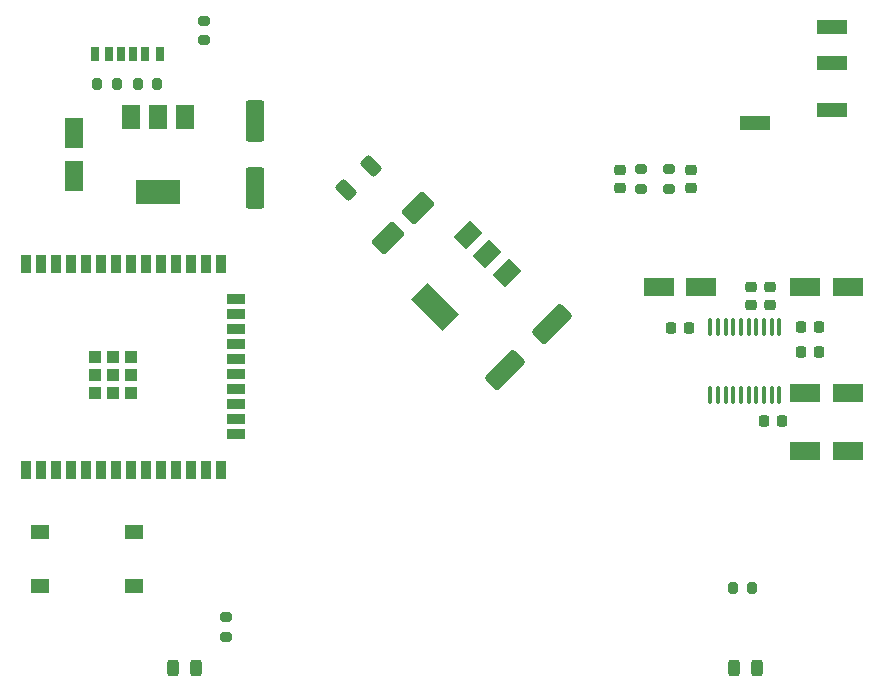
<source format=gtp>
G04 #@! TF.GenerationSoftware,KiCad,Pcbnew,7.0.0-da2b9df05c~163~ubuntu22.04.1*
G04 #@! TF.CreationDate,2023-02-20T23:21:24+01:00*
G04 #@! TF.ProjectId,Bluetooth_receiver,426c7565-746f-46f7-9468-5f7265636569,rev?*
G04 #@! TF.SameCoordinates,Original*
G04 #@! TF.FileFunction,Paste,Top*
G04 #@! TF.FilePolarity,Positive*
%FSLAX46Y46*%
G04 Gerber Fmt 4.6, Leading zero omitted, Abs format (unit mm)*
G04 Created by KiCad (PCBNEW 7.0.0-da2b9df05c~163~ubuntu22.04.1) date 2023-02-20 23:21:24*
%MOMM*%
%LPD*%
G01*
G04 APERTURE LIST*
G04 Aperture macros list*
%AMRoundRect*
0 Rectangle with rounded corners*
0 $1 Rounding radius*
0 $2 $3 $4 $5 $6 $7 $8 $9 X,Y pos of 4 corners*
0 Add a 4 corners polygon primitive as box body*
4,1,4,$2,$3,$4,$5,$6,$7,$8,$9,$2,$3,0*
0 Add four circle primitives for the rounded corners*
1,1,$1+$1,$2,$3*
1,1,$1+$1,$4,$5*
1,1,$1+$1,$6,$7*
1,1,$1+$1,$8,$9*
0 Add four rect primitives between the rounded corners*
20,1,$1+$1,$2,$3,$4,$5,0*
20,1,$1+$1,$4,$5,$6,$7,0*
20,1,$1+$1,$6,$7,$8,$9,0*
20,1,$1+$1,$8,$9,$2,$3,0*%
%AMRotRect*
0 Rectangle, with rotation*
0 The origin of the aperture is its center*
0 $1 length*
0 $2 width*
0 $3 Rotation angle, in degrees counterclockwise*
0 Add horizontal line*
21,1,$1,$2,0,0,$3*%
G04 Aperture macros list end*
%ADD10RoundRect,0.243750X-0.243750X-0.456250X0.243750X-0.456250X0.243750X0.456250X-0.243750X0.456250X0*%
%ADD11R,0.700000X1.200000*%
%ADD12R,0.760000X1.200000*%
%ADD13R,0.800000X1.200000*%
%ADD14RoundRect,0.250000X-1.050000X-0.550000X1.050000X-0.550000X1.050000X0.550000X-1.050000X0.550000X0*%
%ADD15RoundRect,0.200000X-0.275000X0.200000X-0.275000X-0.200000X0.275000X-0.200000X0.275000X0.200000X0*%
%ADD16R,1.500000X2.000000*%
%ADD17R,3.800000X2.000000*%
%ADD18RoundRect,0.225000X-0.250000X0.225000X-0.250000X-0.225000X0.250000X-0.225000X0.250000X0.225000X0*%
%ADD19RoundRect,0.225000X0.225000X0.250000X-0.225000X0.250000X-0.225000X-0.250000X0.225000X-0.250000X0*%
%ADD20RoundRect,0.200000X0.200000X0.275000X-0.200000X0.275000X-0.200000X-0.275000X0.200000X-0.275000X0*%
%ADD21RoundRect,0.200000X0.275000X-0.200000X0.275000X0.200000X-0.275000X0.200000X-0.275000X-0.200000X0*%
%ADD22RoundRect,0.250000X0.550000X-1.500000X0.550000X1.500000X-0.550000X1.500000X-0.550000X-1.500000X0*%
%ADD23RoundRect,0.225000X-0.225000X-0.250000X0.225000X-0.250000X0.225000X0.250000X-0.225000X0.250000X0*%
%ADD24RotRect,2.000000X1.500000X225.000000*%
%ADD25RotRect,2.000000X3.800000X225.000000*%
%ADD26RoundRect,0.250000X0.353553X1.131371X-1.131371X-0.353553X-0.353553X-1.131371X1.131371X0.353553X0*%
%ADD27RoundRect,0.250000X0.671751X1.449569X-1.449569X-0.671751X-0.671751X-1.449569X1.449569X0.671751X0*%
%ADD28RoundRect,0.225000X0.250000X-0.225000X0.250000X0.225000X-0.250000X0.225000X-0.250000X-0.225000X0*%
%ADD29RoundRect,0.250000X0.220971X-0.662913X0.662913X-0.220971X-0.220971X0.662913X-0.662913X0.220971X0*%
%ADD30R,2.500000X1.200000*%
%ADD31RoundRect,0.250000X1.050000X0.550000X-1.050000X0.550000X-1.050000X-0.550000X1.050000X-0.550000X0*%
%ADD32RoundRect,0.100000X-0.100000X0.637500X-0.100000X-0.637500X0.100000X-0.637500X0.100000X0.637500X0*%
%ADD33R,0.900000X1.500000*%
%ADD34R,1.500000X0.900000*%
%ADD35R,1.050000X1.050000*%
%ADD36RoundRect,0.200000X-0.200000X-0.275000X0.200000X-0.275000X0.200000X0.275000X-0.200000X0.275000X0*%
%ADD37R,1.550000X1.300000*%
%ADD38RoundRect,0.250000X0.550000X-1.050000X0.550000X1.050000X-0.550000X1.050000X-0.550000X-1.050000X0*%
G04 APERTURE END LIST*
D10*
G04 #@! TO.C,D3*
X-24687500Y-27500000D03*
X-22812500Y-27500000D03*
G04 #@! TD*
D11*
G04 #@! TO.C,J1*
X-28099999Y24499999D03*
D12*
X-30119999Y24499999D03*
D13*
X-31349999Y24499999D03*
D11*
X-29099999Y24499999D03*
D12*
X-27079999Y24499999D03*
D13*
X-25849999Y24499999D03*
G04 #@! TD*
D14*
G04 #@! TO.C,C8*
X28800000Y-4200000D03*
X32400000Y-4200000D03*
G04 #@! TD*
D10*
G04 #@! TO.C,D4*
X22812500Y-27500000D03*
X24687500Y-27500000D03*
G04 #@! TD*
D15*
G04 #@! TO.C,R1*
X-22100000Y27325000D03*
X-22100000Y25675000D03*
G04 #@! TD*
D16*
G04 #@! TO.C,U2*
X-23699999Y19149999D03*
X-25999999Y19149999D03*
D17*
X-25999999Y12849999D03*
D16*
X-28299999Y19149999D03*
G04 #@! TD*
D15*
G04 #@! TO.C,R7*
X14900000Y14725000D03*
X14900000Y13075000D03*
G04 #@! TD*
D18*
G04 #@! TO.C,C14*
X13100000Y14675000D03*
X13100000Y13125000D03*
G04 #@! TD*
D19*
G04 #@! TO.C,C15*
X18975000Y1300000D03*
X17425000Y1300000D03*
G04 #@! TD*
D20*
G04 #@! TO.C,R5*
X24325000Y-20750000D03*
X22675000Y-20750000D03*
G04 #@! TD*
D21*
G04 #@! TO.C,R4*
X-20250000Y-24825000D03*
X-20250000Y-23175000D03*
G04 #@! TD*
D18*
G04 #@! TO.C,C12*
X19100000Y14675000D03*
X19100000Y13125000D03*
G04 #@! TD*
D22*
G04 #@! TO.C,C3*
X-17800000Y13200000D03*
X-17800000Y18800000D03*
G04 #@! TD*
D23*
G04 #@! TO.C,C5*
X28425000Y1400000D03*
X29975000Y1400000D03*
G04 #@! TD*
D24*
G04 #@! TO.C,U3*
X3522003Y5924440D03*
X1895657Y7550785D03*
D25*
X-2559113Y3096013D03*
D24*
X269312Y9177131D03*
G04 #@! TD*
D26*
G04 #@! TO.C,C2*
X-3937973Y11475230D03*
X-6483557Y8929646D03*
G04 #@! TD*
D27*
G04 #@! TO.C,C4*
X7379899Y1679899D03*
X3420101Y-2279899D03*
G04 #@! TD*
D23*
G04 #@! TO.C,C11*
X25325000Y-6600000D03*
X26875000Y-6600000D03*
G04 #@! TD*
D28*
G04 #@! TO.C,C10*
X24200000Y3225000D03*
X24200000Y4775000D03*
G04 #@! TD*
G04 #@! TO.C,C9*
X25800000Y3225000D03*
X25800000Y4775000D03*
G04 #@! TD*
D29*
G04 #@! TO.C,R8*
X-10034144Y12965856D03*
X-7965856Y15034144D03*
G04 #@! TD*
D30*
G04 #@! TO.C,J4*
X31049999Y23774999D03*
X31049999Y26774999D03*
X24549999Y18674999D03*
X31049999Y19774999D03*
G04 #@! TD*
D14*
G04 #@! TO.C,C7*
X28800000Y4800000D03*
X32400000Y4800000D03*
G04 #@! TD*
D31*
G04 #@! TO.C,C16*
X20000000Y4800000D03*
X16400000Y4800000D03*
G04 #@! TD*
D32*
G04 #@! TO.C,U4*
X26625000Y1362500D03*
X25975000Y1362500D03*
X25325000Y1362500D03*
X24675000Y1362500D03*
X24025000Y1362500D03*
X23375000Y1362500D03*
X22725000Y1362500D03*
X22075000Y1362500D03*
X21425000Y1362500D03*
X20775000Y1362500D03*
X20775000Y-4362500D03*
X21425000Y-4362500D03*
X22075000Y-4362500D03*
X22725000Y-4362500D03*
X23375000Y-4362500D03*
X24025000Y-4362500D03*
X24675000Y-4362500D03*
X25325000Y-4362500D03*
X25975000Y-4362500D03*
X26625000Y-4362500D03*
G04 #@! TD*
D14*
G04 #@! TO.C,C13*
X28800000Y-9100000D03*
X32400000Y-9100000D03*
G04 #@! TD*
D33*
G04 #@! TO.C,U1*
X-37134999Y-10749999D03*
X-35864999Y-10749999D03*
X-34594999Y-10749999D03*
X-33324999Y-10749999D03*
X-32054999Y-10749999D03*
X-30784999Y-10749999D03*
X-29514999Y-10749999D03*
X-28244999Y-10749999D03*
X-26974999Y-10749999D03*
X-25704999Y-10749999D03*
X-24434999Y-10749999D03*
X-23164999Y-10749999D03*
X-21894999Y-10749999D03*
X-20624999Y-10749999D03*
D34*
X-19374999Y-7709999D03*
X-19374999Y-6439999D03*
X-19374999Y-5169999D03*
X-19374999Y-3899999D03*
X-19374999Y-2629999D03*
X-19374999Y-1359999D03*
X-19374999Y-89999D03*
X-19374999Y1179999D03*
X-19374999Y2449999D03*
X-19374999Y3719999D03*
D33*
X-20624999Y6749999D03*
X-21894999Y6749999D03*
X-23164999Y6749999D03*
X-24434999Y6749999D03*
X-25704999Y6749999D03*
X-26974999Y6749999D03*
X-28244999Y6749999D03*
X-29514999Y6749999D03*
X-30784999Y6749999D03*
X-32054999Y6749999D03*
X-33324999Y6749999D03*
X-34594999Y6749999D03*
X-35864999Y6749999D03*
X-37134999Y6749999D03*
D35*
X-31319999Y-4204999D03*
X-29794999Y-4204999D03*
X-28269999Y-4204999D03*
X-31319999Y-2679999D03*
X-29794999Y-2679999D03*
X-28269999Y-2679999D03*
X-31319999Y-1154999D03*
X-29794999Y-1154999D03*
X-28269999Y-1154999D03*
G04 #@! TD*
D36*
G04 #@! TO.C,R3*
X-27725000Y22000000D03*
X-26075000Y22000000D03*
G04 #@! TD*
D20*
G04 #@! TO.C,R2*
X-29475000Y22000000D03*
X-31125000Y22000000D03*
G04 #@! TD*
D37*
G04 #@! TO.C,SW3*
X-35974999Y-15999999D03*
X-28024999Y-15999999D03*
X-35974999Y-20499999D03*
X-28024999Y-20499999D03*
G04 #@! TD*
D23*
G04 #@! TO.C,C6*
X28425000Y-700000D03*
X29975000Y-700000D03*
G04 #@! TD*
D38*
G04 #@! TO.C,C1*
X-33100000Y14200000D03*
X-33100000Y17800000D03*
G04 #@! TD*
D15*
G04 #@! TO.C,R6*
X17300000Y14725000D03*
X17300000Y13075000D03*
G04 #@! TD*
M02*

</source>
